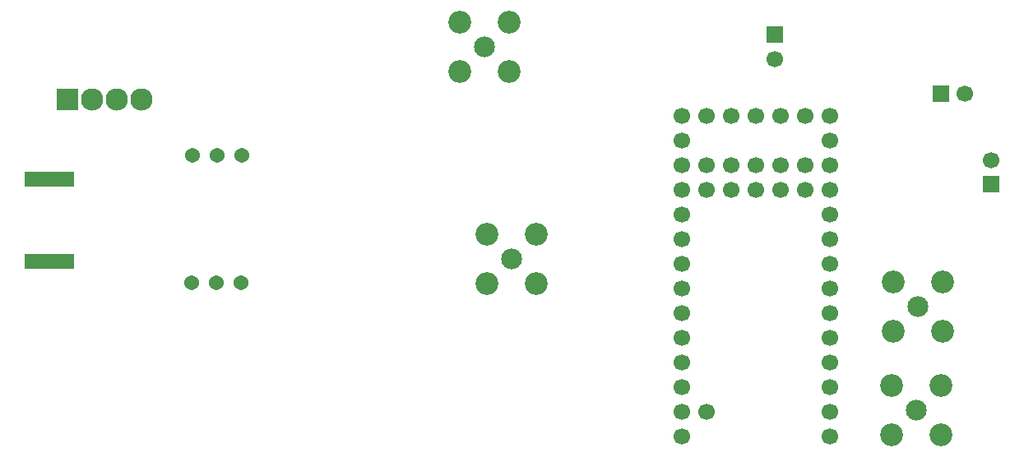
<source format=gbr>
%TF.GenerationSoftware,KiCad,Pcbnew,5.1.6-c6e7f7d~86~ubuntu18.04.1*%
%TF.CreationDate,2020-11-01T20:36:20-05:00*%
%TF.ProjectId,Senior-Design-Radar-Group,53656e69-6f72-42d4-9465-7369676e2d52,rev?*%
%TF.SameCoordinates,Original*%
%TF.FileFunction,Soldermask,Bot*%
%TF.FilePolarity,Negative*%
%FSLAX46Y46*%
G04 Gerber Fmt 4.6, Leading zero omitted, Abs format (unit mm)*
G04 Created by KiCad (PCBNEW 5.1.6-c6e7f7d~86~ubuntu18.04.1) date 2020-11-01 20:36:20*
%MOMM*%
%LPD*%
G01*
G04 APERTURE LIST*
%ADD10C,2.350000*%
%ADD11C,2.150000*%
%ADD12C,1.700000*%
%ADD13C,1.540000*%
%ADD14C,2.300000*%
%ADD15R,2.300000X2.300000*%
%ADD16R,5.180000X1.600000*%
%ADD17R,1.700000X1.700000*%
G04 APERTURE END LIST*
D10*
%TO.C,J3*%
X138074400Y-149225000D03*
X138074400Y-144145000D03*
X143154400Y-144145000D03*
X143154400Y-149225000D03*
D11*
X140614400Y-146685000D03*
%TD*%
D10*
%TO.C,J8*%
X138171000Y-133470200D03*
X143251000Y-133470200D03*
X143251000Y-138550200D03*
X138171000Y-138550200D03*
D11*
X140711000Y-136010200D03*
%TD*%
D12*
%TO.C,U1*%
X129108200Y-123977400D03*
X129108200Y-121437400D03*
X126568200Y-123977400D03*
X126568200Y-121437400D03*
X124028200Y-123977400D03*
X124028200Y-121437400D03*
X121488200Y-123977400D03*
X121488200Y-121437400D03*
X118948200Y-123977400D03*
X118948200Y-121437400D03*
X131648200Y-149377400D03*
X131648200Y-146837400D03*
X131648200Y-144297400D03*
X131648200Y-141757400D03*
X131648200Y-139217400D03*
X131648200Y-136677400D03*
X131648200Y-134137400D03*
X131648200Y-131597400D03*
X131648200Y-129057400D03*
X131648200Y-126517400D03*
X131648200Y-123977400D03*
X131648200Y-121437400D03*
X131648200Y-118897400D03*
X118948200Y-146837400D03*
X116408200Y-149377400D03*
X116408200Y-146837400D03*
X116408200Y-144297400D03*
X116408200Y-141757400D03*
X116408200Y-139217400D03*
X116408200Y-136677400D03*
X116408200Y-134137400D03*
X116408200Y-131597400D03*
X116408200Y-129057400D03*
X116408200Y-126517400D03*
X116408200Y-123977400D03*
X116408200Y-121437400D03*
X116408200Y-118897400D03*
X131648200Y-116357400D03*
X129108200Y-116357400D03*
X126568200Y-116357400D03*
X116408200Y-116357400D03*
X118948200Y-116357400D03*
X121488200Y-116357400D03*
X124028200Y-116357400D03*
%TD*%
D10*
%TO.C,J6*%
X96418400Y-133629400D03*
X96418400Y-128549400D03*
X101498400Y-128549400D03*
X101498400Y-133629400D03*
D11*
X98958400Y-131089400D03*
%TD*%
D10*
%TO.C,J4*%
X93573600Y-111810800D03*
X93573600Y-106730800D03*
X98653600Y-106730800D03*
X98653600Y-111810800D03*
D11*
X96113600Y-109270800D03*
%TD*%
D13*
%TO.C,RV2*%
X71069200Y-133578600D03*
X68529200Y-133578600D03*
X65989200Y-133578600D03*
%TD*%
%TO.C,RV1*%
X71120000Y-120421400D03*
X68580000Y-120421400D03*
X66040000Y-120421400D03*
%TD*%
D14*
%TO.C,J7*%
X60782200Y-114655600D03*
X58242200Y-114655600D03*
X55702200Y-114655600D03*
D15*
X53162200Y-114655600D03*
%TD*%
D16*
%TO.C,J2*%
X51358800Y-131385200D03*
X51358800Y-122885200D03*
%TD*%
D12*
%TO.C,C3*%
X148310600Y-120944000D03*
D17*
X148310600Y-123444000D03*
%TD*%
D12*
%TO.C,C2*%
X125984000Y-110526200D03*
D17*
X125984000Y-108026200D03*
%TD*%
D12*
%TO.C,C1*%
X145592800Y-114122200D03*
D17*
X143092800Y-114122200D03*
%TD*%
M02*

</source>
